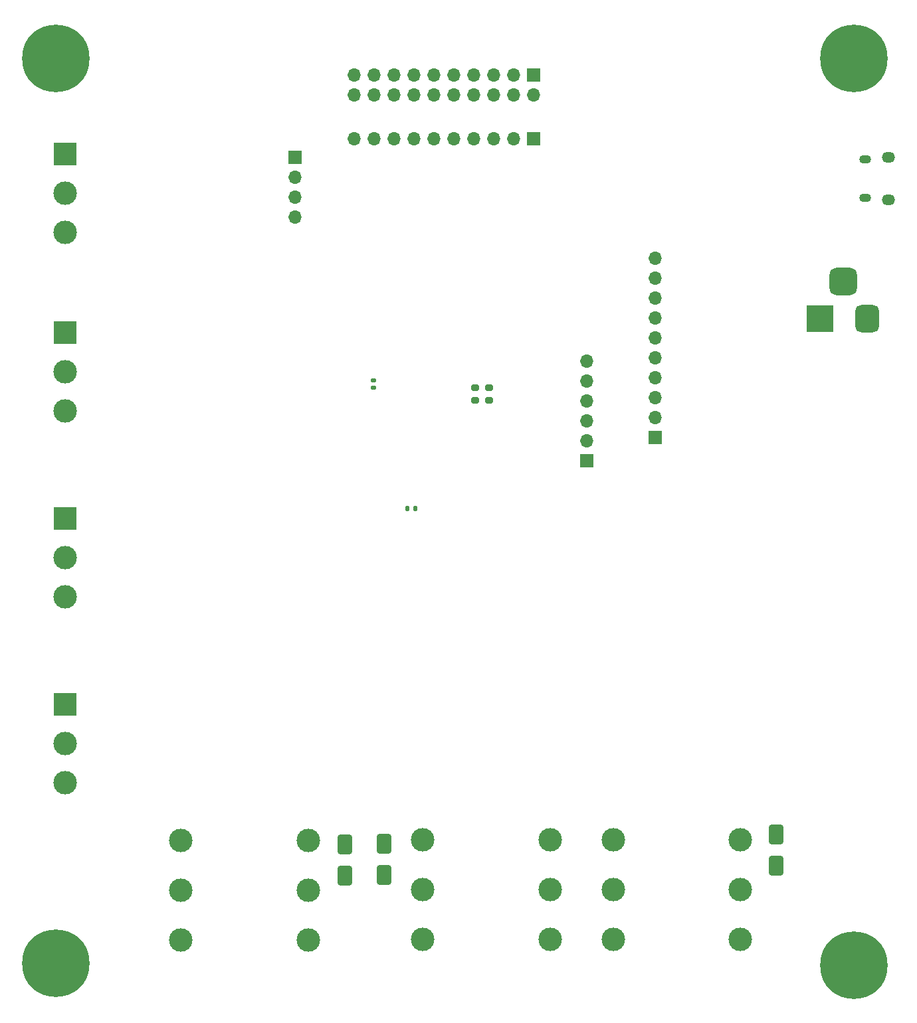
<source format=gbr>
%TF.GenerationSoftware,KiCad,Pcbnew,8.0.5*%
%TF.CreationDate,2024-11-23T22:59:17+07:00*%
%TF.ProjectId,Audio Processor V4,41756469-6f20-4507-926f-636573736f72,rev?*%
%TF.SameCoordinates,Original*%
%TF.FileFunction,Soldermask,Bot*%
%TF.FilePolarity,Negative*%
%FSLAX46Y46*%
G04 Gerber Fmt 4.6, Leading zero omitted, Abs format (unit mm)*
G04 Created by KiCad (PCBNEW 8.0.5) date 2024-11-23 22:59:17*
%MOMM*%
%LPD*%
G01*
G04 APERTURE LIST*
G04 Aperture macros list*
%AMRoundRect*
0 Rectangle with rounded corners*
0 $1 Rounding radius*
0 $2 $3 $4 $5 $6 $7 $8 $9 X,Y pos of 4 corners*
0 Add a 4 corners polygon primitive as box body*
4,1,4,$2,$3,$4,$5,$6,$7,$8,$9,$2,$3,0*
0 Add four circle primitives for the rounded corners*
1,1,$1+$1,$2,$3*
1,1,$1+$1,$4,$5*
1,1,$1+$1,$6,$7*
1,1,$1+$1,$8,$9*
0 Add four rect primitives between the rounded corners*
20,1,$1+$1,$2,$3,$4,$5,0*
20,1,$1+$1,$4,$5,$6,$7,0*
20,1,$1+$1,$6,$7,$8,$9,0*
20,1,$1+$1,$8,$9,$2,$3,0*%
G04 Aperture macros list end*
%ADD10R,1.700000X1.700000*%
%ADD11O,1.700000X1.700000*%
%ADD12C,0.900000*%
%ADD13C,8.600000*%
%ADD14R,3.000000X3.000000*%
%ADD15C,3.000000*%
%ADD16R,3.500000X3.500000*%
%ADD17RoundRect,0.750000X0.750000X1.000000X-0.750000X1.000000X-0.750000X-1.000000X0.750000X-1.000000X0*%
%ADD18RoundRect,0.875000X0.875000X0.875000X-0.875000X0.875000X-0.875000X-0.875000X0.875000X-0.875000X0*%
%ADD19O,1.700000X1.350000*%
%ADD20O,1.500000X1.100000*%
%ADD21RoundRect,0.200000X-0.275000X0.200000X-0.275000X-0.200000X0.275000X-0.200000X0.275000X0.200000X0*%
%ADD22RoundRect,0.250000X-0.650000X1.000000X-0.650000X-1.000000X0.650000X-1.000000X0.650000X1.000000X0*%
%ADD23RoundRect,0.135000X-0.135000X-0.185000X0.135000X-0.185000X0.135000X0.185000X-0.135000X0.185000X0*%
%ADD24RoundRect,0.140000X-0.170000X0.140000X-0.170000X-0.140000X0.170000X-0.140000X0.170000X0.140000X0*%
G04 APERTURE END LIST*
D10*
%TO.C,J2*%
X122029581Y-121430000D03*
D11*
X122029581Y-118890000D03*
X122029581Y-116350000D03*
X122029581Y-113810000D03*
X122029581Y-111270000D03*
X122029581Y-108730000D03*
%TD*%
D12*
%TO.C,H2*%
X152779581Y-70095000D03*
X153724162Y-67814581D03*
X153724162Y-72375419D03*
X156004581Y-66870000D03*
D13*
X156004581Y-70095000D03*
D12*
X156004581Y-73320000D03*
X158285000Y-67814581D03*
X158285000Y-72375419D03*
X159229581Y-70095000D03*
%TD*%
D14*
%TO.C,RV3*%
X55504581Y-128795000D03*
D15*
X55504581Y-133795000D03*
X55504581Y-138795000D03*
%TD*%
D12*
%TO.C,H1*%
X51129562Y-185515000D03*
X52074143Y-183234581D03*
X52074143Y-187795419D03*
X54354562Y-182290000D03*
D13*
X54354562Y-185515000D03*
D12*
X54354562Y-188740000D03*
X56634981Y-183234581D03*
X56634981Y-187795419D03*
X57579562Y-185515000D03*
%TD*%
%TO.C,H3*%
X152774143Y-185745419D03*
X153718724Y-183465000D03*
X153718724Y-188025838D03*
X155999143Y-182520419D03*
D13*
X155999143Y-185745419D03*
D12*
X155999143Y-188970419D03*
X158279562Y-183465000D03*
X158279562Y-188025838D03*
X159224143Y-185745419D03*
%TD*%
D15*
%TO.C,IN_JACK1*%
X86479581Y-176245000D03*
X70249581Y-176245000D03*
X86479581Y-182595000D03*
X70249581Y-182595000D03*
X86479581Y-169895000D03*
X70249581Y-169895000D03*
%TD*%
%TO.C,OUT_JACK_R1*%
X141579581Y-176120000D03*
X125349581Y-176120000D03*
X141579581Y-182470000D03*
X125349581Y-182470000D03*
X141579581Y-169770000D03*
X125349581Y-169770000D03*
%TD*%
D14*
%TO.C,RV2*%
X55504581Y-105095000D03*
D15*
X55504581Y-110095000D03*
X55504581Y-115095000D03*
%TD*%
D10*
%TO.C,J7*%
X115184581Y-80345000D03*
D11*
X112644581Y-80345000D03*
X110104581Y-80345000D03*
X107564581Y-80345000D03*
X105024581Y-80345000D03*
X102484581Y-80345000D03*
X99944581Y-80345000D03*
X97404581Y-80345000D03*
X94864581Y-80345000D03*
X92324581Y-80345000D03*
%TD*%
D10*
%TO.C,J6*%
X84779581Y-82720000D03*
D11*
X84779581Y-85260000D03*
X84779581Y-87800000D03*
X84779581Y-90340000D03*
%TD*%
D14*
%TO.C,RV4*%
X55504581Y-152495000D03*
D15*
X55504581Y-157495000D03*
X55504581Y-162495000D03*
%TD*%
D12*
%TO.C,H4*%
X51085000Y-70089581D03*
X52029581Y-67809162D03*
X52029581Y-72370000D03*
X54310000Y-66864581D03*
D13*
X54310000Y-70089581D03*
D12*
X54310000Y-73314581D03*
X56590419Y-67809162D03*
X56590419Y-72370000D03*
X57535000Y-70089581D03*
%TD*%
D14*
%TO.C,RV1*%
X55504581Y-82345000D03*
D15*
X55504581Y-87345000D03*
X55504581Y-92345000D03*
%TD*%
D16*
%TO.C,J1*%
X151689581Y-103300000D03*
D17*
X157689581Y-103300000D03*
D18*
X154689581Y-98600000D03*
%TD*%
D10*
%TO.C,STLINK-CON1*%
X115199581Y-72280000D03*
D11*
X115199581Y-74820000D03*
X112659581Y-72280000D03*
X112659581Y-74820000D03*
X110119581Y-72280000D03*
X110119581Y-74820000D03*
X107579581Y-72280000D03*
X107579581Y-74820000D03*
X105039581Y-72280000D03*
X105039581Y-74820000D03*
X102499581Y-72280000D03*
X102499581Y-74820000D03*
X99959581Y-72280000D03*
X99959581Y-74820000D03*
X97419581Y-72280000D03*
X97419581Y-74820000D03*
X94879581Y-72280000D03*
X94879581Y-74820000D03*
X92339581Y-72280000D03*
X92339581Y-74820000D03*
%TD*%
D10*
%TO.C,J5*%
X130679581Y-118495000D03*
D11*
X130679581Y-115955000D03*
X130679581Y-113415000D03*
X130679581Y-110875000D03*
X130679581Y-108335000D03*
X130679581Y-105795000D03*
X130679581Y-103255000D03*
X130679581Y-100715000D03*
X130679581Y-98175000D03*
X130679581Y-95635000D03*
%TD*%
D15*
%TO.C,OUT_JACK_L1*%
X117329581Y-176095000D03*
X101099581Y-176095000D03*
X117329581Y-182445000D03*
X101099581Y-182445000D03*
X117329581Y-169745000D03*
X101099581Y-169745000D03*
%TD*%
D19*
%TO.C,J4*%
X160434581Y-88190000D03*
D20*
X157434581Y-87880000D03*
X157434581Y-83040000D03*
D19*
X160434581Y-82730000D03*
%TD*%
D21*
%TO.C,R5*%
X107754581Y-112120000D03*
X107754581Y-113770000D03*
%TD*%
D22*
%TO.C,D13*%
X146129581Y-169095000D03*
X146129581Y-173095000D03*
%TD*%
D23*
%TO.C,R14*%
X99094581Y-127520000D03*
X100114581Y-127520000D03*
%TD*%
D22*
%TO.C,D14*%
X96179581Y-170270000D03*
X96179581Y-174270000D03*
%TD*%
%TO.C,D11*%
X91179581Y-170370000D03*
X91179581Y-174370000D03*
%TD*%
D24*
%TO.C,C5*%
X94804581Y-111190000D03*
X94804581Y-112150000D03*
%TD*%
D21*
%TO.C,R6*%
X109529581Y-112120000D03*
X109529581Y-113770000D03*
%TD*%
M02*

</source>
